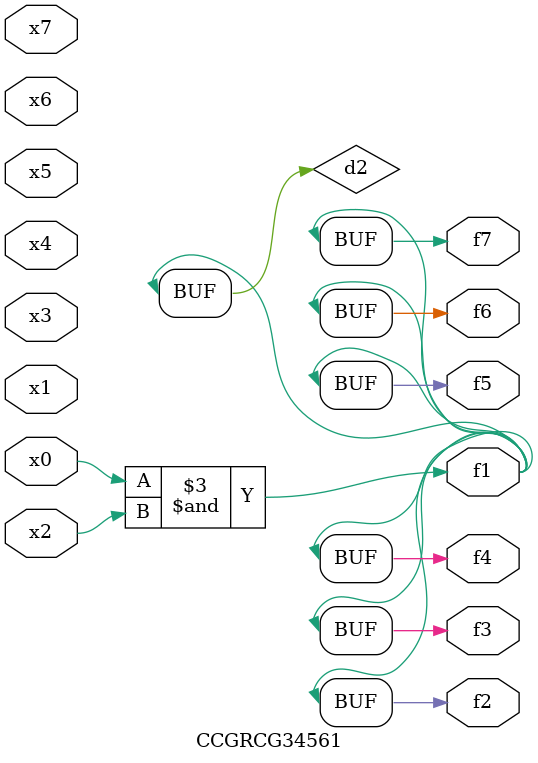
<source format=v>
module CCGRCG34561(
	input x0, x1, x2, x3, x4, x5, x6, x7,
	output f1, f2, f3, f4, f5, f6, f7
);

	wire d1, d2;

	nor (d1, x3, x6);
	and (d2, x0, x2);
	assign f1 = d2;
	assign f2 = d2;
	assign f3 = d2;
	assign f4 = d2;
	assign f5 = d2;
	assign f6 = d2;
	assign f7 = d2;
endmodule

</source>
